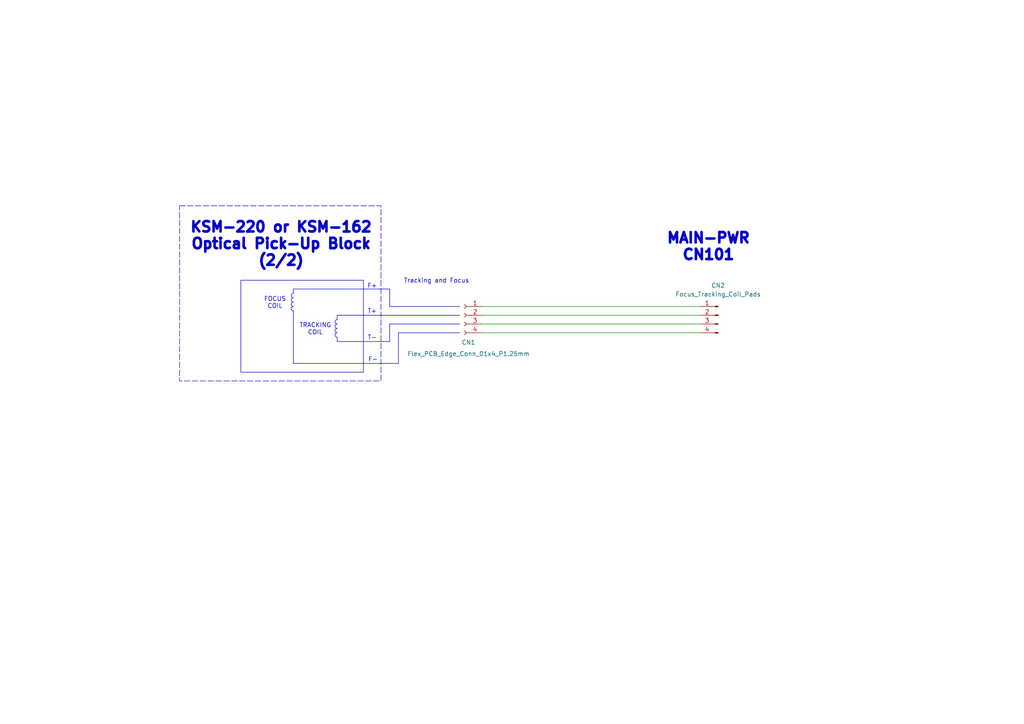
<source format=kicad_sch>
(kicad_sch (version 20231120) (generator "eeschema") (generator_version "8.0")
  (paper "A4")
  (title_block (title "KSS-220A Flexible PCB - Focus and Tracking") (date "2024-08-17") (rev "0.1"))
  (lib_symbols
    (symbol "PC-Engine_CDR-30:Flex_PCB_Edge_Conn_01x4_P1.25mm" (pin_names (offset 1.016) hide)
      (property "Reference" "J" (at 1.27 6.35 0))
      (property "Value" "Flex_PCB_Edge_Conn_01x4_P1.25mm" (at 0 -17.526 0))
      (symbol "Flex_PCB_Edge_Conn_01x4_P1.25mm_1_1"
        (polyline (pts (xy 0 -3.81) (xy 0.762 -3.81)) (stroke (width 0.1524)))
        (polyline (pts (xy 0 -1.27) (xy 0.762 -1.27)) (stroke (width 0.1524)))
        (polyline (pts (xy 0 1.27) (xy 0.762 1.27)) (stroke (width 0.1524)))
        (polyline (pts (xy 0 3.81) (xy 0.762 3.81)) (stroke (width 0.1524)))
        (arc (start 1.27 -3.302) (mid 0.7642 -3.81) (end 1.27 -4.318) (stroke (width 0.1524)))
        (arc (start 1.27 -0.762) (mid 0.7642 -1.27) (end 1.27 -1.778) (stroke (width 0.1524)))
        (arc (start 1.27 1.778) (mid 0.7642 1.27) (end 1.27 0.762) (stroke (width 0.1524)))
        (arc (start 1.27 4.318) (mid 0.7642 3.81) (end 1.27 3.302) (stroke (width 0.1524)))
        (pin passive line (at -3.81 3.81 0) (length 3.81) (name "Pin_1") (number "1"))
        (pin passive line (at -3.81 1.27 0) (length 3.81) (name "Pin_2") (number "2"))
        (pin passive line (at -3.81 -1.27 0) (length 3.81) (name "Pin_3") (number "3"))
        (pin passive line (at -3.81 -3.81 0) (length 3.81) (name "Pin_4") (number "4"))
      )
    )
    (symbol "PC-Engine_CDR-30:Focus_Tracking_Coil_Pads" (pin_names (offset 1.016) hide)
      (property "Reference" "J" (at 0 5.08 0))
      (property "Value" "Focus_Tracking_Coil_Pads" (at 0.254 -8.89 0))
      (symbol "Focus_Tracking_Coil_Pads_1_1"
        (polyline (pts (xy 1.27 -5.08) (xy 0.8636 -5.08)) (stroke (width 0.1524)))
        (polyline (pts (xy 1.27 -2.54) (xy 0.8636 -2.54)) (stroke (width 0.1524)))
        (polyline (pts (xy 1.27 0) (xy 0.8636 0)) (stroke (width 0.1524)))
        (polyline (pts (xy 1.27 2.54) (xy 0.8636 2.54)) (stroke (width 0.1524)))
        (rectangle (start 0 0.127) (end 0.8636 -0.127) (stroke (width 0.1524)) (fill (type outline)))
        (rectangle (start 0.8636 -4.953) (end 0 -5.207) (stroke (width 0.1524)) (fill (type outline)))
        (rectangle (start 0.8636 -2.413) (end 0 -2.667) (stroke (width 0.1524)) (fill (type outline)))
        (rectangle (start 0.8636 2.667) (end 0 2.413) (stroke (width 0.1524)) (fill (type outline)))
        (pin passive line (at 5.08 2.54 180) (length 3.81) (name "Pin_1") (number "1"))
        (pin passive line (at 5.08 0 180) (length 3.81) (name "Pin_2") (number "2"))
        (pin passive line (at 5.08 -2.54 180) (length 3.81) (name "Pin_3") (number "3"))
        (pin passive line (at 5.08 -5.08 180) (length 3.81) (name "Pin_4") (number "4"))
      )
    )
  )
  (polyline (pts (xy 97.79 97.79) (xy 97.79 99.06)))
  (polyline (pts (xy 97.79 91.44) (xy 110.49 91.44)))
  (wire (pts (xy 203.2 96.52) (xy 139.7 96.52)))
  (polyline (pts (xy 115.57 96.52) (xy 130.81 96.52)))
  (polyline (pts (xy 85.09 105.41) (xy 115.57 105.41)))
  (polyline (pts (xy 85.09 83.82) (xy 113.03 83.82)))
  (polyline (pts (xy 85.09 83.82) (xy 85.09 85.09)))
  (polyline (pts (xy 113.03 88.9) (xy 113.03 83.82)))
  (wire (pts (xy 203.2 91.44) (xy 139.7 91.44)))
  (wire (pts (xy 203.2 88.9) (xy 139.7 88.9)))
  (polyline (pts (xy 113.03 99.06) (xy 110.49 99.06)))
  (polyline (pts (xy 115.57 96.52) (xy 115.57 105.41)))
  (polyline (pts (xy 97.79 99.06) (xy 110.49 99.06)))
  (polyline (pts (xy 97.79 91.44) (xy 97.79 92.71)))
  (polyline (pts (xy 130.81 91.44) (xy 133.35 91.44)))
  (polyline (pts (xy 85.09 90.17) (xy 85.09 91.44)))
  (polyline (pts (xy 85.09 91.44) (xy 85.09 105.41)))
  (polyline (pts (xy 130.81 93.98) (xy 133.35 93.98)))
  (polyline (pts (xy 130.81 96.52) (xy 133.35 96.52)))
  (polyline (pts (xy 113.03 88.9) (xy 133.35 88.9)))
  (polyline (pts (xy 113.03 93.98) (xy 113.03 99.06)))
  (polyline (pts (xy 110.49 91.44) (xy 130.81 91.44)))
  (wire (pts (xy 203.2 93.98) (xy 139.7 93.98)))
  (polyline (pts (xy 113.03 93.98) (xy 130.81 93.98)))
  (arc (start 97.79 95.25) (mid 97.1697 94.6102) (end 97.79 93.98))
  (arc (start 97.79 93.98) (mid 97.1697 93.3402) (end 97.79 92.71))
  (arc (start 97.79 97.79) (mid 97.1697 97.1502) (end 97.79 96.52))
  (arc (start 97.79 96.52) (mid 97.1697 95.8802) (end 97.79 95.25))
  (rectangle (start 69.85 81.28) (end 105.41 107.95))
  (arc (start 85.09 90.17) (mid 84.4697 89.5302) (end 85.09 88.9))
  (arc (start 85.09 88.9) (mid 84.4697 88.2602) (end 85.09 87.63))
  (arc (start 85.09 86.36) (mid 84.4697 85.7202) (end 85.09 85.09))
  (rectangle (start 52.07 59.69) (end 110.49 110.49) (stroke (width 0) (type dash)))
  (arc (start 85.09 87.63) (mid 84.4697 86.9902) (end 85.09 86.36))
  (text "T-" (at 107.95 98.044 0) (effects (font (size 1.27 1.27))))
  (text "KSM-220 or KSM-162\nOptical Pick-Up Block\n(2/2)" (at 81.534 70.866 0) (effects (font (size 3 3) (thickness 1) (bold yes))))
  (text "TRACKING\nCOIL" (at 91.44 95.504 0) (effects (font (size 1.27 1.27))))
  (text "MAIN-PWR\nCN101" (at 205.486 71.628 0) (effects (font (size 3 3) (thickness 1) (bold yes))))
  (text "T+" (at 107.95 90.424 0) (effects (font (size 1.27 1.27))))
  (text "Tracking and Focus\n" (at 117.094 82.296 0) (effects (font (size 1.27 1.27)) (justify left bottom)))
  (text "F+" (at 107.95 83.058 0) (effects (font (size 1.27 1.27))))
  (text "F-" (at 108.204 104.394 0) (effects (font (size 1.27 1.27))))
  (text "FOCUS\nCOIL" (at 79.756 87.884 0) (effects (font (size 1.27 1.27))))
  (symbol (lib_id "PC-Engine_CDR-30:Flex_PCB_Edge_Conn_01x4_P1.25mm") (at 135.89 92.71 0) (mirror y) (unit 1)
    (property "Reference" "CN1" (at 135.89 99.314 0))
    (property "Value" "Flex_PCB_Edge_Conn_01x4_P1.25mm" (at 135.89 102.616 0))
    (property "Footprint" "CDR-30A:Flexible_PCB_Conn_1x4_P1.25mm" (effects (hide yes)))
    (property "Description" "Flex Edge Connector, single row, 4P, P1.25mm" (effects (hide yes)))
  )
  (symbol (lib_id "PC-Engine_CDR-30:Focus_Tracking_Coil_Pads") (at 208.28 91.44 0) (mirror y) (unit 1)
    (property "Reference" "CN2" (at 208.28 82.804 0))
    (property "Value" "Focus_Tracking_Coil_Pads" (at 208.28 85.344 0))
    (property "Footprint" "CDR-30A:Focus_Tracking_Coil_Pads" (effects (hide yes)))
    (property "Description" "Focus and T racking Coil Pads, 4 Pos" (effects (hide yes)))
  )
)
</source>
